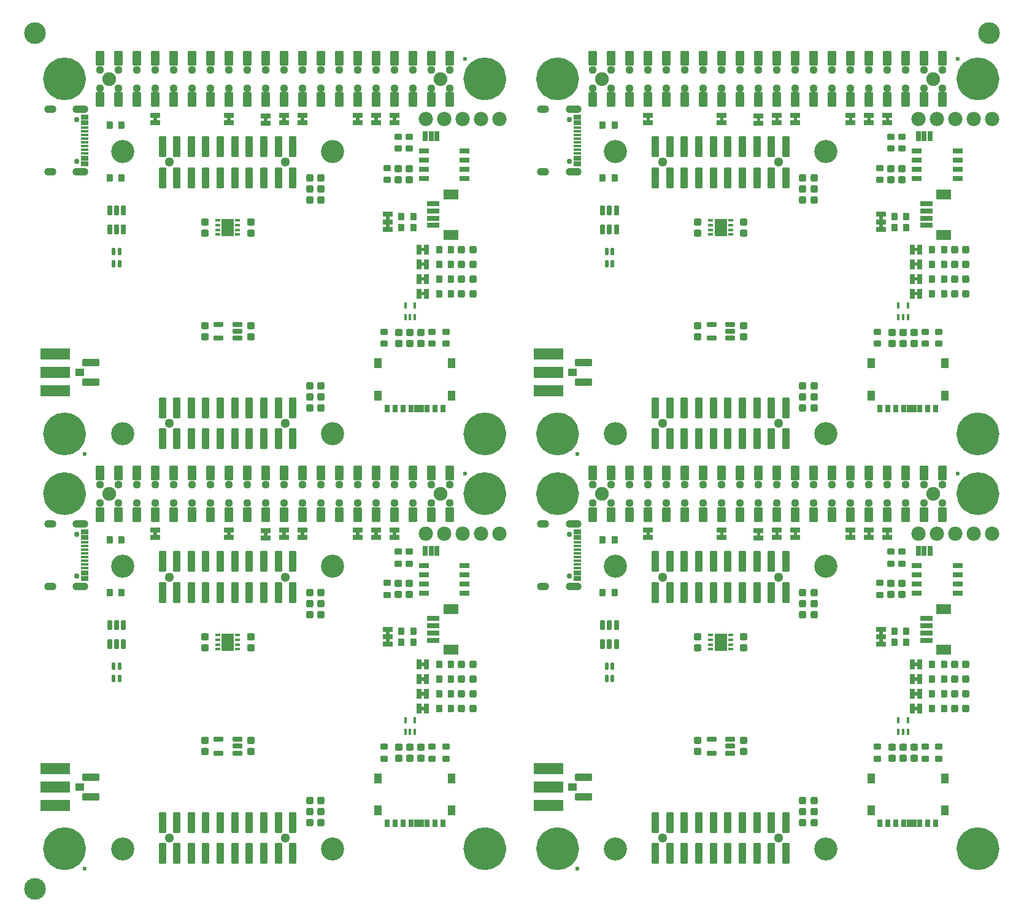
<source format=gts>
%TF.GenerationSoftware,KiCad,Pcbnew,8.0.7*%
%TF.CreationDate,2025-03-20T16:22:28+00:00*%
%TF.ProjectId,SparkFun_GNSS_Flex_pHAT_panelized,53706172-6b46-4756-9e5f-474e53535f46,v10*%
%TF.SameCoordinates,Original*%
%TF.FileFunction,Soldermask,Top*%
%TF.FilePolarity,Negative*%
%FSLAX46Y46*%
G04 Gerber Fmt 4.6, Leading zero omitted, Abs format (unit mm)*
G04 Created by KiCad (PCBNEW 8.0.7) date 2025-03-20 16:22:28*
%MOMM*%
%LPD*%
G01*
G04 APERTURE LIST*
G04 Aperture macros list*
%AMRoundRect*
0 Rectangle with rounded corners*
0 $1 Rounding radius*
0 $2 $3 $4 $5 $6 $7 $8 $9 X,Y pos of 4 corners*
0 Add a 4 corners polygon primitive as box body*
4,1,4,$2,$3,$4,$5,$6,$7,$8,$9,$2,$3,0*
0 Add four circle primitives for the rounded corners*
1,1,$1+$1,$2,$3*
1,1,$1+$1,$4,$5*
1,1,$1+$1,$6,$7*
1,1,$1+$1,$8,$9*
0 Add four rect primitives between the rounded corners*
20,1,$1+$1,$2,$3,$4,$5,0*
20,1,$1+$1,$4,$5,$6,$7,0*
20,1,$1+$1,$6,$7,$8,$9,0*
20,1,$1+$1,$8,$9,$2,$3,0*%
G04 Aperture macros list end*
%ADD10C,0.000000*%
%ADD11C,2.950000*%
%ADD12RoundRect,0.050000X-0.635000X0.330200X-0.635000X-0.330200X0.635000X-0.330200X0.635000X0.330200X0*%
%ADD13RoundRect,0.225000X0.225000X0.300000X-0.225000X0.300000X-0.225000X-0.300000X0.225000X-0.300000X0*%
%ADD14RoundRect,0.250000X-0.250000X-0.275000X0.250000X-0.275000X0.250000X0.275000X-0.250000X0.275000X0*%
%ADD15RoundRect,0.243750X0.243750X0.281250X-0.243750X0.281250X-0.243750X-0.281250X0.243750X-0.281250X0*%
%ADD16C,1.300000*%
%ADD17RoundRect,0.050000X0.450000X-1.375000X0.450000X1.375000X-0.450000X1.375000X-0.450000X-1.375000X0*%
%ADD18RoundRect,0.050000X0.635000X-0.330200X0.635000X0.330200X-0.635000X0.330200X-0.635000X-0.330200X0*%
%ADD19RoundRect,0.050000X0.330200X0.635000X-0.330200X0.635000X-0.330200X-0.635000X0.330200X-0.635000X0*%
%ADD20RoundRect,0.050000X-0.330200X-0.635000X0.330200X-0.635000X0.330200X0.635000X-0.330200X0.635000X0*%
%ADD21C,0.600000*%
%ADD22C,3.000000*%
%ADD23RoundRect,0.250000X0.275000X-0.250000X0.275000X0.250000X-0.275000X0.250000X-0.275000X-0.250000X0*%
%ADD24RoundRect,0.225000X0.300000X-0.225000X0.300000X0.225000X-0.300000X0.225000X-0.300000X-0.225000X0*%
%ADD25RoundRect,0.225000X-0.225000X-0.300000X0.225000X-0.300000X0.225000X0.300000X-0.225000X0.300000X0*%
%ADD26C,2.850000*%
%ADD27C,3.200000*%
%ADD28RoundRect,0.050000X2.000000X-0.750000X2.000000X0.750000X-2.000000X0.750000X-2.000000X-0.750000X0*%
%ADD29RoundRect,0.225000X-0.300000X0.225000X-0.300000X-0.225000X0.300000X-0.225000X0.300000X0.225000X0*%
%ADD30C,1.979600*%
%ADD31RoundRect,0.050000X0.250000X0.500000X-0.250000X0.500000X-0.250000X-0.500000X0.250000X-0.500000X0*%
%ADD32RoundRect,0.050000X0.475000X0.600000X-0.475000X0.600000X-0.475000X-0.600000X0.475000X-0.600000X0*%
%ADD33RoundRect,0.050000X-0.275000X-0.600000X0.275000X-0.600000X0.275000X0.600000X-0.275000X0.600000X0*%
%ADD34C,1.120000*%
%ADD35C,1.900000*%
%ADD36RoundRect,0.050000X0.510000X-0.935000X0.510000X0.935000X-0.510000X0.935000X-0.510000X-0.935000X0*%
%ADD37RoundRect,0.050000X-0.775000X0.300000X-0.775000X-0.300000X0.775000X-0.300000X0.775000X0.300000X0*%
%ADD38RoundRect,0.050000X-1.000000X0.600000X-1.000000X-0.600000X1.000000X-0.600000X1.000000X0.600000X0*%
%ADD39RoundRect,0.250000X-0.275000X0.250000X-0.275000X-0.250000X0.275000X-0.250000X0.275000X0.250000X0*%
%ADD40RoundRect,0.050000X0.600000X-0.275000X0.600000X0.275000X-0.600000X0.275000X-0.600000X-0.275000X0*%
%ADD41RoundRect,0.250000X0.250000X0.275000X-0.250000X0.275000X-0.250000X-0.275000X0.250000X-0.275000X0*%
%ADD42RoundRect,0.050000X0.525000X0.500000X-0.525000X0.500000X-0.525000X-0.500000X0.525000X-0.500000X0*%
%ADD43RoundRect,0.050000X1.100000X0.425000X-1.100000X0.425000X-1.100000X-0.425000X1.100000X-0.425000X0*%
%ADD44RoundRect,0.050000X-0.325000X0.150000X-0.325000X-0.150000X0.325000X-0.150000X0.325000X0.150000X0*%
%ADD45RoundRect,0.050000X0.325000X-0.150000X0.325000X0.150000X-0.325000X0.150000X-0.325000X-0.150000X0*%
%ADD46RoundRect,0.050000X-0.800000X1.175000X-0.800000X-1.175000X0.800000X-1.175000X0.800000X1.175000X0*%
%ADD47C,0.750000*%
%ADD48RoundRect,0.050000X0.500000X-0.150000X0.500000X0.150000X-0.500000X0.150000X-0.500000X-0.150000X0*%
%ADD49RoundRect,0.050000X-0.500000X0.150000X-0.500000X-0.150000X0.500000X-0.150000X0.500000X0.150000X0*%
%ADD50RoundRect,0.050000X0.500000X-0.300000X0.500000X0.300000X-0.500000X0.300000X-0.500000X-0.300000X0*%
%ADD51RoundRect,0.050000X-0.500000X0.300000X-0.500000X-0.300000X0.500000X-0.300000X0.500000X0.300000X0*%
%ADD52O,1.700000X1.100000*%
%ADD53O,2.200000X1.100000*%
%ADD54RoundRect,0.050000X0.600000X-0.300000X0.600000X0.300000X-0.600000X0.300000X-0.600000X-0.300000X0*%
%ADD55RoundRect,0.050000X0.317500X0.635000X-0.317500X0.635000X-0.317500X-0.635000X0.317500X-0.635000X0*%
%ADD56RoundRect,0.050000X-0.150000X-0.350000X0.150000X-0.350000X0.150000X0.350000X-0.150000X0.350000X0*%
%ADD57RoundRect,0.050000X-0.200000X0.450000X-0.200000X-0.450000X0.200000X-0.450000X0.200000X0.450000X0*%
G04 APERTURE END LIST*
D10*
%TO.C,JP5*%
G36*
X112222500Y46736000D02*
G01*
X111741500Y46736000D01*
X111741500Y47244000D01*
X112222500Y47244000D01*
X112222500Y46736000D01*
G37*
G36*
X112222500Y103986000D02*
G01*
X111741500Y103986000D01*
X111741500Y104494000D01*
X112222500Y104494000D01*
X112222500Y103986000D01*
G37*
G36*
X44182500Y103986000D02*
G01*
X43701500Y103986000D01*
X43701500Y104494000D01*
X44182500Y104494000D01*
X44182500Y103986000D01*
G37*
G36*
X44182500Y46736000D02*
G01*
X43701500Y46736000D01*
X43701500Y47244000D01*
X44182500Y47244000D01*
X44182500Y46736000D01*
G37*
%TO.C,JP4*%
G36*
X84282500Y46736000D02*
G01*
X83801500Y46736000D01*
X83801500Y47244000D01*
X84282500Y47244000D01*
X84282500Y46736000D01*
G37*
G36*
X84282500Y103986000D02*
G01*
X83801500Y103986000D01*
X83801500Y104494000D01*
X84282500Y104494000D01*
X84282500Y103986000D01*
G37*
G36*
X16242500Y103986000D02*
G01*
X15761500Y103986000D01*
X15761500Y104494000D01*
X16242500Y104494000D01*
X16242500Y103986000D01*
G37*
G36*
X16242500Y46736000D02*
G01*
X15761500Y46736000D01*
X15761500Y47244000D01*
X16242500Y47244000D01*
X16242500Y46736000D01*
G37*
%TO.C,JP10*%
G36*
X31482500Y46609000D02*
G01*
X31001500Y46609000D01*
X31001500Y47117000D01*
X31482500Y47117000D01*
X31482500Y46609000D01*
G37*
G36*
X31482500Y103859000D02*
G01*
X31001500Y103859000D01*
X31001500Y104367000D01*
X31482500Y104367000D01*
X31482500Y103859000D01*
G37*
G36*
X99522500Y46609000D02*
G01*
X99041500Y46609000D01*
X99041500Y47117000D01*
X99522500Y47117000D01*
X99522500Y46609000D01*
G37*
G36*
X99522500Y103859000D02*
G01*
X99041500Y103859000D01*
X99041500Y104367000D01*
X99522500Y104367000D01*
X99522500Y103859000D01*
G37*
%TO.C,JP22*%
G36*
X26402500Y103986000D02*
G01*
X25921500Y103986000D01*
X25921500Y104494000D01*
X26402500Y104494000D01*
X26402500Y103986000D01*
G37*
G36*
X94442500Y46736000D02*
G01*
X93961500Y46736000D01*
X93961500Y47244000D01*
X94442500Y47244000D01*
X94442500Y46736000D01*
G37*
G36*
X94442500Y103986000D02*
G01*
X93961500Y103986000D01*
X93961500Y104494000D01*
X94442500Y104494000D01*
X94442500Y103986000D01*
G37*
G36*
X26402500Y46736000D02*
G01*
X25921500Y46736000D01*
X25921500Y47244000D01*
X26402500Y47244000D01*
X26402500Y46736000D01*
G37*
%TO.C,PWR.1*%
G36*
X121253000Y28715500D02*
G01*
X120745000Y28715500D01*
X120745000Y29196500D01*
X121253000Y29196500D01*
X121253000Y28715500D01*
G37*
G36*
X121253000Y85965500D02*
G01*
X120745000Y85965500D01*
X120745000Y86446500D01*
X121253000Y86446500D01*
X121253000Y85965500D01*
G37*
G36*
X53213000Y85965500D02*
G01*
X52705000Y85965500D01*
X52705000Y86446500D01*
X53213000Y86446500D01*
X53213000Y85965500D01*
G37*
G36*
X53213000Y28715500D02*
G01*
X52705000Y28715500D01*
X52705000Y29196500D01*
X53213000Y29196500D01*
X53213000Y28715500D01*
G37*
%TO.C,PPS1.1*%
G36*
X121253000Y26683500D02*
G01*
X120745000Y26683500D01*
X120745000Y27164500D01*
X121253000Y27164500D01*
X121253000Y26683500D01*
G37*
G36*
X53213000Y83933500D02*
G01*
X52705000Y83933500D01*
X52705000Y84414500D01*
X53213000Y84414500D01*
X53213000Y83933500D01*
G37*
G36*
X121253000Y83933500D02*
G01*
X120745000Y83933500D01*
X120745000Y84414500D01*
X121253000Y84414500D01*
X121253000Y83933500D01*
G37*
G36*
X53213000Y26683500D02*
G01*
X52705000Y26683500D01*
X52705000Y27164500D01*
X53213000Y27164500D01*
X53213000Y26683500D01*
G37*
%TO.C,JP9*%
G36*
X34022500Y46736000D02*
G01*
X33541500Y46736000D01*
X33541500Y47244000D01*
X34022500Y47244000D01*
X34022500Y46736000D01*
G37*
G36*
X34022500Y103986000D02*
G01*
X33541500Y103986000D01*
X33541500Y104494000D01*
X34022500Y104494000D01*
X34022500Y103986000D01*
G37*
G36*
X102062500Y46736000D02*
G01*
X101581500Y46736000D01*
X101581500Y47244000D01*
X102062500Y47244000D01*
X102062500Y46736000D01*
G37*
G36*
X102062500Y103986000D02*
G01*
X101581500Y103986000D01*
X101581500Y104494000D01*
X102062500Y104494000D01*
X102062500Y103986000D01*
G37*
%TO.C,ST6*%
D11*
X4975000Y3500000D02*
G75*
G02*
X2025000Y3500000I-1475000J0D01*
G01*
X2025000Y3500000D02*
G75*
G02*
X4975000Y3500000I1475000J0D01*
G01*
X73015000Y60750000D02*
G75*
G02*
X70065000Y60750000I-1475000J0D01*
G01*
X70065000Y60750000D02*
G75*
G02*
X73015000Y60750000I1475000J0D01*
G01*
X4975000Y60750000D02*
G75*
G02*
X2025000Y60750000I-1475000J0D01*
G01*
X2025000Y60750000D02*
G75*
G02*
X4975000Y60750000I1475000J0D01*
G01*
X73015000Y3500000D02*
G75*
G02*
X70065000Y3500000I-1475000J0D01*
G01*
X70065000Y3500000D02*
G75*
G02*
X73015000Y3500000I1475000J0D01*
G01*
D10*
%TO.C,JP6*%
G36*
X46722500Y46736000D02*
G01*
X46241500Y46736000D01*
X46241500Y47244000D01*
X46722500Y47244000D01*
X46722500Y46736000D01*
G37*
G36*
X114762500Y103986000D02*
G01*
X114281500Y103986000D01*
X114281500Y104494000D01*
X114762500Y104494000D01*
X114762500Y103986000D01*
G37*
G36*
X114762500Y46736000D02*
G01*
X114281500Y46736000D01*
X114281500Y47244000D01*
X114762500Y47244000D01*
X114762500Y46736000D01*
G37*
G36*
X46722500Y103986000D02*
G01*
X46241500Y103986000D01*
X46241500Y104494000D01*
X46722500Y104494000D01*
X46722500Y103986000D01*
G37*
%TO.C,ST5*%
D11*
X4975000Y52500000D02*
G75*
G02*
X2025000Y52500000I-1475000J0D01*
G01*
X2025000Y52500000D02*
G75*
G02*
X4975000Y52500000I1475000J0D01*
G01*
X4975000Y109750000D02*
G75*
G02*
X2025000Y109750000I-1475000J0D01*
G01*
X2025000Y109750000D02*
G75*
G02*
X4975000Y109750000I1475000J0D01*
G01*
X73015000Y52500000D02*
G75*
G02*
X70065000Y52500000I-1475000J0D01*
G01*
X70065000Y52500000D02*
G75*
G02*
X73015000Y52500000I1475000J0D01*
G01*
X73015000Y109750000D02*
G75*
G02*
X70065000Y109750000I-1475000J0D01*
G01*
X70065000Y109750000D02*
G75*
G02*
X73015000Y109750000I1475000J0D01*
G01*
D10*
%TO.C,JP13*%
G36*
X49262500Y46736000D02*
G01*
X48781500Y46736000D01*
X48781500Y47244000D01*
X49262500Y47244000D01*
X49262500Y46736000D01*
G37*
G36*
X49262500Y103986000D02*
G01*
X48781500Y103986000D01*
X48781500Y104494000D01*
X49262500Y104494000D01*
X49262500Y103986000D01*
G37*
G36*
X117302500Y46736000D02*
G01*
X116821500Y46736000D01*
X116821500Y47244000D01*
X117302500Y47244000D01*
X117302500Y46736000D01*
G37*
G36*
X117302500Y103986000D02*
G01*
X116821500Y103986000D01*
X116821500Y104494000D01*
X117302500Y104494000D01*
X117302500Y103986000D01*
G37*
%TO.C,ST7*%
D11*
X62975000Y3500000D02*
G75*
G02*
X60025000Y3500000I-1475000J0D01*
G01*
X60025000Y3500000D02*
G75*
G02*
X62975000Y3500000I1475000J0D01*
G01*
X62975000Y60750000D02*
G75*
G02*
X60025000Y60750000I-1475000J0D01*
G01*
X60025000Y60750000D02*
G75*
G02*
X62975000Y60750000I1475000J0D01*
G01*
X131015000Y3500000D02*
G75*
G02*
X128065000Y3500000I-1475000J0D01*
G01*
X128065000Y3500000D02*
G75*
G02*
X131015000Y3500000I1475000J0D01*
G01*
X131015000Y60750000D02*
G75*
G02*
X128065000Y60750000I-1475000J0D01*
G01*
X128065000Y60750000D02*
G75*
G02*
X131015000Y60750000I1475000J0D01*
G01*
D10*
%TO.C,RTK.1*%
G36*
X53213000Y24651500D02*
G01*
X52705000Y24651500D01*
X52705000Y25132500D01*
X53213000Y25132500D01*
X53213000Y24651500D01*
G37*
G36*
X53213000Y81901500D02*
G01*
X52705000Y81901500D01*
X52705000Y82382500D01*
X53213000Y82382500D01*
X53213000Y81901500D01*
G37*
G36*
X121253000Y24651500D02*
G01*
X120745000Y24651500D01*
X120745000Y25132500D01*
X121253000Y25132500D01*
X121253000Y24651500D01*
G37*
G36*
X121253000Y81901500D02*
G01*
X120745000Y81901500D01*
X120745000Y82382500D01*
X121253000Y82382500D01*
X121253000Y81901500D01*
G37*
%TO.C,PVT.1*%
G36*
X53213000Y22619500D02*
G01*
X52705000Y22619500D01*
X52705000Y23100500D01*
X53213000Y23100500D01*
X53213000Y22619500D01*
G37*
G36*
X53213000Y79869500D02*
G01*
X52705000Y79869500D01*
X52705000Y80350500D01*
X53213000Y80350500D01*
X53213000Y79869500D01*
G37*
G36*
X121253000Y22619500D02*
G01*
X120745000Y22619500D01*
X120745000Y23100500D01*
X121253000Y23100500D01*
X121253000Y22619500D01*
G37*
G36*
X121253000Y79869500D02*
G01*
X120745000Y79869500D01*
X120745000Y80350500D01*
X121253000Y80350500D01*
X121253000Y79869500D01*
G37*
%TO.C,ST8*%
D11*
X62975000Y52500000D02*
G75*
G02*
X60025000Y52500000I-1475000J0D01*
G01*
X60025000Y52500000D02*
G75*
G02*
X62975000Y52500000I1475000J0D01*
G01*
X131015000Y109750000D02*
G75*
G02*
X128065000Y109750000I-1475000J0D01*
G01*
X128065000Y109750000D02*
G75*
G02*
X131015000Y109750000I1475000J0D01*
G01*
X62975000Y109750000D02*
G75*
G02*
X60025000Y109750000I-1475000J0D01*
G01*
X60025000Y109750000D02*
G75*
G02*
X62975000Y109750000I1475000J0D01*
G01*
X131015000Y52500000D02*
G75*
G02*
X128065000Y52500000I-1475000J0D01*
G01*
X128065000Y52500000D02*
G75*
G02*
X131015000Y52500000I1475000J0D01*
G01*
D10*
%TO.C,JP11*%
G36*
X36562500Y46736000D02*
G01*
X36081500Y46736000D01*
X36081500Y47244000D01*
X36562500Y47244000D01*
X36562500Y46736000D01*
G37*
G36*
X36562500Y103986000D02*
G01*
X36081500Y103986000D01*
X36081500Y104494000D01*
X36562500Y104494000D01*
X36562500Y103986000D01*
G37*
G36*
X104602500Y46736000D02*
G01*
X104121500Y46736000D01*
X104121500Y47244000D01*
X104602500Y47244000D01*
X104602500Y46736000D01*
G37*
G36*
X104602500Y103986000D02*
G01*
X104121500Y103986000D01*
X104121500Y104494000D01*
X104602500Y104494000D01*
X104602500Y103986000D01*
G37*
%TO.C,JP1*%
G36*
X48350500Y33024000D02*
G01*
X47869500Y33024000D01*
X47869500Y33532000D01*
X48350500Y33532000D01*
X48350500Y33024000D01*
G37*
G36*
X48373500Y31991300D02*
G01*
X47892500Y31991300D01*
X47892500Y32499300D01*
X48373500Y32499300D01*
X48373500Y31991300D01*
G37*
G36*
X116390500Y33024000D02*
G01*
X115909500Y33024000D01*
X115909500Y33532000D01*
X116390500Y33532000D01*
X116390500Y33024000D01*
G37*
G36*
X116413500Y31991300D02*
G01*
X115932500Y31991300D01*
X115932500Y32499300D01*
X116413500Y32499300D01*
X116413500Y31991300D01*
G37*
G36*
X116390500Y90274000D02*
G01*
X115909500Y90274000D01*
X115909500Y90782000D01*
X116390500Y90782000D01*
X116390500Y90274000D01*
G37*
G36*
X116413500Y89241300D02*
G01*
X115932500Y89241300D01*
X115932500Y89749300D01*
X116413500Y89749300D01*
X116413500Y89241300D01*
G37*
G36*
X48350500Y90274000D02*
G01*
X47869500Y90274000D01*
X47869500Y90782000D01*
X48350500Y90782000D01*
X48350500Y90274000D01*
G37*
G36*
X48373500Y89241300D02*
G01*
X47892500Y89241300D01*
X47892500Y89749300D01*
X48373500Y89749300D01*
X48373500Y89241300D01*
G37*
%TD*%
D12*
%TO.C,JP5*%
X111982000Y47510700D03*
X111982000Y46469300D03*
%TD*%
%TO.C,JP5*%
X111982000Y104760700D03*
X111982000Y103719300D03*
%TD*%
%TO.C,JP5*%
X43942000Y104760700D03*
X43942000Y103719300D03*
%TD*%
%TO.C,JP5*%
X43942000Y47510700D03*
X43942000Y46469300D03*
%TD*%
%TO.C,JP4*%
X84042000Y47510700D03*
X84042000Y46469300D03*
%TD*%
%TO.C,JP4*%
X84042000Y104760700D03*
X84042000Y103719300D03*
%TD*%
%TO.C,JP4*%
X16002000Y104760700D03*
X16002000Y103719300D03*
%TD*%
%TO.C,JP4*%
X16002000Y47510700D03*
X16002000Y46469300D03*
%TD*%
D13*
%TO.C,R5*%
X51625000Y89254000D03*
X49975000Y89254000D03*
%TD*%
%TO.C,R5*%
X51625000Y32004000D03*
X49975000Y32004000D03*
%TD*%
%TO.C,R5*%
X119665000Y32004000D03*
X118015000Y32004000D03*
%TD*%
%TO.C,R5*%
X119665000Y89254000D03*
X118015000Y89254000D03*
%TD*%
D12*
%TO.C,JP10*%
X31242000Y47383700D03*
X31242000Y46342300D03*
%TD*%
%TO.C,JP10*%
X31242000Y104633700D03*
X31242000Y103592300D03*
%TD*%
%TO.C,JP10*%
X99282000Y47383700D03*
X99282000Y46342300D03*
%TD*%
%TO.C,JP10*%
X99282000Y104633700D03*
X99282000Y103592300D03*
%TD*%
D14*
%TO.C,C15*%
X105365000Y93064000D03*
X106915000Y93064000D03*
%TD*%
%TO.C,C15*%
X37325000Y35814000D03*
X38875000Y35814000D03*
%TD*%
%TO.C,C15*%
X37325000Y93064000D03*
X38875000Y93064000D03*
%TD*%
%TO.C,C15*%
X105365000Y35814000D03*
X106915000Y35814000D03*
%TD*%
%TO.C,C12*%
X37325000Y67410000D03*
X38875000Y67410000D03*
%TD*%
%TO.C,C12*%
X105365000Y10160000D03*
X106915000Y10160000D03*
%TD*%
%TO.C,C12*%
X105365000Y67410000D03*
X106915000Y67410000D03*
%TD*%
%TO.C,C12*%
X37325000Y10160000D03*
X38875000Y10160000D03*
%TD*%
D15*
%TO.C,D4*%
X127882500Y22860000D03*
X126307500Y22860000D03*
%TD*%
%TO.C,D4*%
X59842500Y80110000D03*
X58267500Y80110000D03*
%TD*%
%TO.C,D4*%
X127882500Y80110000D03*
X126307500Y80110000D03*
%TD*%
%TO.C,D4*%
X59842500Y22860000D03*
X58267500Y22860000D03*
%TD*%
D16*
%TO.C,J4*%
X86040000Y41000000D03*
X102040000Y41000000D03*
D17*
X85040000Y38875000D03*
X85040000Y43125000D03*
X87040000Y38875000D03*
X87040000Y43125000D03*
X89040000Y38875000D03*
X89040000Y43125000D03*
X91040000Y38875000D03*
X91040000Y43125000D03*
X93040000Y38875000D03*
X93040000Y43125000D03*
X95040000Y38875000D03*
X95040000Y43125000D03*
X97040000Y38875000D03*
X97040000Y43125000D03*
X99040000Y38875000D03*
X99040000Y43125000D03*
X101040000Y38875000D03*
X101040000Y43125000D03*
X103040000Y38875000D03*
X103040000Y43125000D03*
%TD*%
D16*
%TO.C,J4*%
X18000000Y98250000D03*
X34000000Y98250000D03*
D17*
X17000000Y96125000D03*
X17000000Y100375000D03*
X19000000Y96125000D03*
X19000000Y100375000D03*
X21000000Y96125000D03*
X21000000Y100375000D03*
X23000000Y96125000D03*
X23000000Y100375000D03*
X25000000Y96125000D03*
X25000000Y100375000D03*
X27000000Y96125000D03*
X27000000Y100375000D03*
X29000000Y96125000D03*
X29000000Y100375000D03*
X31000000Y96125000D03*
X31000000Y100375000D03*
X33000000Y96125000D03*
X33000000Y100375000D03*
X35000000Y96125000D03*
X35000000Y100375000D03*
%TD*%
D16*
%TO.C,J4*%
X86040000Y98250000D03*
X102040000Y98250000D03*
D17*
X85040000Y96125000D03*
X85040000Y100375000D03*
X87040000Y96125000D03*
X87040000Y100375000D03*
X89040000Y96125000D03*
X89040000Y100375000D03*
X91040000Y96125000D03*
X91040000Y100375000D03*
X93040000Y96125000D03*
X93040000Y100375000D03*
X95040000Y96125000D03*
X95040000Y100375000D03*
X97040000Y96125000D03*
X97040000Y100375000D03*
X99040000Y96125000D03*
X99040000Y100375000D03*
X101040000Y96125000D03*
X101040000Y100375000D03*
X103040000Y96125000D03*
X103040000Y100375000D03*
%TD*%
D16*
%TO.C,J4*%
X18000000Y41000000D03*
X34000000Y41000000D03*
D17*
X17000000Y38875000D03*
X17000000Y43125000D03*
X19000000Y38875000D03*
X19000000Y43125000D03*
X21000000Y38875000D03*
X21000000Y43125000D03*
X23000000Y38875000D03*
X23000000Y43125000D03*
X25000000Y38875000D03*
X25000000Y43125000D03*
X27000000Y38875000D03*
X27000000Y43125000D03*
X29000000Y38875000D03*
X29000000Y43125000D03*
X31000000Y38875000D03*
X31000000Y43125000D03*
X33000000Y38875000D03*
X33000000Y43125000D03*
X35000000Y38875000D03*
X35000000Y43125000D03*
%TD*%
D18*
%TO.C,JP22*%
X26162000Y103719300D03*
X26162000Y104760700D03*
%TD*%
%TO.C,JP22*%
X94202000Y46469300D03*
X94202000Y47510700D03*
%TD*%
%TO.C,JP22*%
X94202000Y103719300D03*
X94202000Y104760700D03*
%TD*%
%TO.C,JP22*%
X26162000Y46469300D03*
X26162000Y47510700D03*
%TD*%
D19*
%TO.C,PWR.1*%
X121519700Y28956000D03*
X120478300Y28956000D03*
%TD*%
%TO.C,PWR.1*%
X121519700Y86206000D03*
X120478300Y86206000D03*
%TD*%
%TO.C,PWR.1*%
X53479700Y86206000D03*
X52438300Y86206000D03*
%TD*%
%TO.C,PWR.1*%
X53479700Y28956000D03*
X52438300Y28956000D03*
%TD*%
D20*
%TO.C,PPS1.1*%
X120478300Y26924000D03*
X121519700Y26924000D03*
%TD*%
%TO.C,PPS1.1*%
X52438300Y84174000D03*
X53479700Y84174000D03*
%TD*%
%TO.C,PPS1.1*%
X120478300Y84174000D03*
X121519700Y84174000D03*
%TD*%
%TO.C,PPS1.1*%
X52438300Y26924000D03*
X53479700Y26924000D03*
%TD*%
D21*
%TO.C,FID4*%
X74290000Y58000000D03*
%TD*%
%TO.C,FID4*%
X6250000Y750000D03*
%TD*%
%TO.C,FID4*%
X6250000Y58000000D03*
%TD*%
%TO.C,FID4*%
X74290000Y750000D03*
%TD*%
D22*
%TO.C,*%
X131040000Y116087500D03*
%TD*%
D23*
%TO.C,C1*%
X49530000Y95845000D03*
X49530000Y97395000D03*
%TD*%
%TO.C,C1*%
X117570000Y38595000D03*
X117570000Y40145000D03*
%TD*%
%TO.C,C1*%
X49530000Y38595000D03*
X49530000Y40145000D03*
%TD*%
%TO.C,C1*%
X117570000Y95845000D03*
X117570000Y97395000D03*
%TD*%
D12*
%TO.C,JP9*%
X33782000Y47510700D03*
X33782000Y46469300D03*
%TD*%
%TO.C,JP9*%
X33782000Y104760700D03*
X33782000Y103719300D03*
%TD*%
%TO.C,JP9*%
X101822000Y47510700D03*
X101822000Y46469300D03*
%TD*%
%TO.C,JP9*%
X101822000Y104760700D03*
X101822000Y103719300D03*
%TD*%
D24*
%TO.C,R8*%
X47625000Y15939000D03*
X47625000Y17589000D03*
%TD*%
%TO.C,R8*%
X115665000Y15939000D03*
X115665000Y17589000D03*
%TD*%
%TO.C,R8*%
X47625000Y73189000D03*
X47625000Y74839000D03*
%TD*%
%TO.C,R8*%
X115665000Y73189000D03*
X115665000Y74839000D03*
%TD*%
D14*
%TO.C,C10*%
X37325000Y7093000D03*
X38875000Y7093000D03*
%TD*%
%TO.C,C10*%
X37325000Y64343000D03*
X38875000Y64343000D03*
%TD*%
%TO.C,C10*%
X105365000Y64343000D03*
X106915000Y64343000D03*
%TD*%
%TO.C,C10*%
X105365000Y7093000D03*
X106915000Y7093000D03*
%TD*%
D21*
%TO.C,FID1*%
X58750000Y55250000D03*
%TD*%
%TO.C,FID1*%
X126790000Y112500000D03*
%TD*%
%TO.C,FID1*%
X58750000Y112500000D03*
%TD*%
%TO.C,FID1*%
X126790000Y55250000D03*
%TD*%
D23*
%TO.C,C3*%
X22860000Y31229000D03*
X22860000Y32779000D03*
%TD*%
%TO.C,C3*%
X90900000Y88479000D03*
X90900000Y90029000D03*
%TD*%
%TO.C,C3*%
X22860000Y88479000D03*
X22860000Y90029000D03*
%TD*%
%TO.C,C3*%
X90900000Y31229000D03*
X90900000Y32779000D03*
%TD*%
D16*
%TO.C,J2*%
X18000000Y5000000D03*
X34000000Y5000000D03*
D17*
X17000000Y2875000D03*
X17000000Y7125000D03*
X19000000Y2875000D03*
X19000000Y7125000D03*
X21000000Y2875000D03*
X21000000Y7125000D03*
X23000000Y2875000D03*
X23000000Y7125000D03*
X25000000Y2875000D03*
X25000000Y7125000D03*
X27000000Y2875000D03*
X27000000Y7125000D03*
X29000000Y2875000D03*
X29000000Y7125000D03*
X31000000Y2875000D03*
X31000000Y7125000D03*
X33000000Y2875000D03*
X33000000Y7125000D03*
X35000000Y2875000D03*
X35000000Y7125000D03*
%TD*%
D16*
%TO.C,J2*%
X86040000Y62250000D03*
X102040000Y62250000D03*
D17*
X85040000Y60125000D03*
X85040000Y64375000D03*
X87040000Y60125000D03*
X87040000Y64375000D03*
X89040000Y60125000D03*
X89040000Y64375000D03*
X91040000Y60125000D03*
X91040000Y64375000D03*
X93040000Y60125000D03*
X93040000Y64375000D03*
X95040000Y60125000D03*
X95040000Y64375000D03*
X97040000Y60125000D03*
X97040000Y64375000D03*
X99040000Y60125000D03*
X99040000Y64375000D03*
X101040000Y60125000D03*
X101040000Y64375000D03*
X103040000Y60125000D03*
X103040000Y64375000D03*
%TD*%
D16*
%TO.C,J2*%
X18000000Y62250000D03*
X34000000Y62250000D03*
D17*
X17000000Y60125000D03*
X17000000Y64375000D03*
X19000000Y60125000D03*
X19000000Y64375000D03*
X21000000Y60125000D03*
X21000000Y64375000D03*
X23000000Y60125000D03*
X23000000Y64375000D03*
X25000000Y60125000D03*
X25000000Y64375000D03*
X27000000Y60125000D03*
X27000000Y64375000D03*
X29000000Y60125000D03*
X29000000Y64375000D03*
X31000000Y60125000D03*
X31000000Y64375000D03*
X33000000Y60125000D03*
X33000000Y64375000D03*
X35000000Y60125000D03*
X35000000Y64375000D03*
%TD*%
D16*
%TO.C,J2*%
X86040000Y5000000D03*
X102040000Y5000000D03*
D17*
X85040000Y2875000D03*
X85040000Y7125000D03*
X87040000Y2875000D03*
X87040000Y7125000D03*
X89040000Y2875000D03*
X89040000Y7125000D03*
X91040000Y2875000D03*
X91040000Y7125000D03*
X93040000Y2875000D03*
X93040000Y7125000D03*
X95040000Y2875000D03*
X95040000Y7125000D03*
X97040000Y2875000D03*
X97040000Y7125000D03*
X99040000Y2875000D03*
X99040000Y7125000D03*
X101040000Y2875000D03*
X101040000Y7125000D03*
X103040000Y2875000D03*
X103040000Y7125000D03*
%TD*%
D25*
%TO.C,R14*%
X55182000Y28956000D03*
X56832000Y28956000D03*
%TD*%
%TO.C,R14*%
X123222000Y28956000D03*
X124872000Y28956000D03*
%TD*%
%TO.C,R14*%
X55182000Y86206000D03*
X56832000Y86206000D03*
%TD*%
%TO.C,R14*%
X123222000Y86206000D03*
X124872000Y86206000D03*
%TD*%
D13*
%TO.C,R10*%
X11366000Y38862000D03*
X9716000Y38862000D03*
%TD*%
%TO.C,R10*%
X11366000Y96112000D03*
X9716000Y96112000D03*
%TD*%
%TO.C,R10*%
X79406000Y38862000D03*
X77756000Y38862000D03*
%TD*%
%TO.C,R10*%
X79406000Y96112000D03*
X77756000Y96112000D03*
%TD*%
%TO.C,R9*%
X11366000Y46101000D03*
X9716000Y46101000D03*
%TD*%
%TO.C,R9*%
X11366000Y103351000D03*
X9716000Y103351000D03*
%TD*%
%TO.C,R9*%
X79406000Y46101000D03*
X77756000Y46101000D03*
%TD*%
%TO.C,R9*%
X79406000Y103351000D03*
X77756000Y103351000D03*
%TD*%
D26*
%TO.C,ST6*%
X3500000Y3500000D03*
%TD*%
%TO.C,ST6*%
X71540000Y60750000D03*
%TD*%
%TO.C,ST6*%
X3500000Y60750000D03*
%TD*%
%TO.C,ST6*%
X71540000Y3500000D03*
%TD*%
D14*
%TO.C,C13*%
X37325000Y38862000D03*
X38875000Y38862000D03*
%TD*%
%TO.C,C13*%
X37325000Y96112000D03*
X38875000Y96112000D03*
%TD*%
%TO.C,C13*%
X105365000Y38862000D03*
X106915000Y38862000D03*
%TD*%
%TO.C,C13*%
X105365000Y96112000D03*
X106915000Y96112000D03*
%TD*%
D15*
%TO.C,D5*%
X59842500Y26924000D03*
X58267500Y26924000D03*
%TD*%
%TO.C,D5*%
X127882500Y84174000D03*
X126307500Y84174000D03*
%TD*%
%TO.C,D5*%
X127882500Y26924000D03*
X126307500Y26924000D03*
%TD*%
%TO.C,D5*%
X59842500Y84174000D03*
X58267500Y84174000D03*
%TD*%
D27*
%TO.C,ST2*%
X40500000Y42500000D03*
%TD*%
%TO.C,ST2*%
X40500000Y99750000D03*
%TD*%
%TO.C,ST2*%
X108540000Y42500000D03*
%TD*%
%TO.C,ST2*%
X108540000Y99750000D03*
%TD*%
D12*
%TO.C,JP6*%
X46482000Y47510700D03*
X46482000Y46469300D03*
%TD*%
%TO.C,JP6*%
X114522000Y104760700D03*
X114522000Y103719300D03*
%TD*%
%TO.C,JP6*%
X114522000Y47510700D03*
X114522000Y46469300D03*
%TD*%
%TO.C,JP6*%
X46482000Y104760700D03*
X46482000Y103719300D03*
%TD*%
D13*
%TO.C,R11*%
X56832000Y24892000D03*
X55182000Y24892000D03*
%TD*%
%TO.C,R11*%
X124872000Y82142000D03*
X123222000Y82142000D03*
%TD*%
%TO.C,R11*%
X56832000Y82142000D03*
X55182000Y82142000D03*
%TD*%
%TO.C,R11*%
X124872000Y24892000D03*
X123222000Y24892000D03*
%TD*%
D28*
%TO.C,J7*%
X2254000Y12000000D03*
X2254000Y9460000D03*
X2254000Y14540000D03*
%TD*%
%TO.C,J7*%
X2254000Y69250000D03*
X2254000Y66710000D03*
X2254000Y71790000D03*
%TD*%
%TO.C,J7*%
X70294000Y12000000D03*
X70294000Y9460000D03*
X70294000Y14540000D03*
%TD*%
%TO.C,J7*%
X70294000Y69250000D03*
X70294000Y66710000D03*
X70294000Y71790000D03*
%TD*%
D29*
%TO.C,R3*%
X48006000Y40195000D03*
X48006000Y38545000D03*
%TD*%
%TO.C,R3*%
X116046000Y40195000D03*
X116046000Y38545000D03*
%TD*%
%TO.C,R3*%
X116046000Y97445000D03*
X116046000Y95795000D03*
%TD*%
%TO.C,R3*%
X48006000Y97445000D03*
X48006000Y95795000D03*
%TD*%
D30*
%TO.C,J9*%
X63500000Y46990000D03*
X60960000Y46990000D03*
X58420000Y46990000D03*
X55880000Y46990000D03*
X53340000Y46990000D03*
%TD*%
%TO.C,J9*%
X63500000Y104240000D03*
X60960000Y104240000D03*
X58420000Y104240000D03*
X55880000Y104240000D03*
X53340000Y104240000D03*
%TD*%
%TO.C,J9*%
X131540000Y104240000D03*
X129000000Y104240000D03*
X126460000Y104240000D03*
X123920000Y104240000D03*
X121380000Y104240000D03*
%TD*%
%TO.C,J9*%
X131540000Y46990000D03*
X129000000Y46990000D03*
X126460000Y46990000D03*
X123920000Y46990000D03*
X121380000Y46990000D03*
%TD*%
D31*
%TO.C,J5*%
X55700000Y7025000D03*
X54600000Y7025000D03*
X53500000Y7025000D03*
X52750000Y7025000D03*
X51300000Y7025000D03*
X50200000Y7025000D03*
X49100000Y7025000D03*
X48000000Y7025000D03*
X52050000Y7025000D03*
D32*
X46750000Y13225000D03*
X46750000Y8775000D03*
X56950000Y13225000D03*
X56950000Y8775000D03*
%TD*%
D31*
%TO.C,J5*%
X123740000Y7025000D03*
X122640000Y7025000D03*
X121540000Y7025000D03*
X120790000Y7025000D03*
X119340000Y7025000D03*
X118240000Y7025000D03*
X117140000Y7025000D03*
X116040000Y7025000D03*
X120090000Y7025000D03*
D32*
X114790000Y13225000D03*
X114790000Y8775000D03*
X124990000Y13225000D03*
X124990000Y8775000D03*
%TD*%
D31*
%TO.C,J5*%
X55700000Y64275000D03*
X54600000Y64275000D03*
X53500000Y64275000D03*
X52750000Y64275000D03*
X51300000Y64275000D03*
X50200000Y64275000D03*
X49100000Y64275000D03*
X48000000Y64275000D03*
X52050000Y64275000D03*
D32*
X46750000Y70475000D03*
X46750000Y66025000D03*
X56950000Y70475000D03*
X56950000Y66025000D03*
%TD*%
D31*
%TO.C,J5*%
X123740000Y64275000D03*
X122640000Y64275000D03*
X121540000Y64275000D03*
X120790000Y64275000D03*
X119340000Y64275000D03*
X118240000Y64275000D03*
X117140000Y64275000D03*
X116040000Y64275000D03*
X120090000Y64275000D03*
D32*
X114790000Y70475000D03*
X114790000Y66025000D03*
X124990000Y70475000D03*
X124990000Y66025000D03*
%TD*%
D23*
%TO.C,C8*%
X49657000Y15989000D03*
X49657000Y17539000D03*
%TD*%
%TO.C,C8*%
X49657000Y73239000D03*
X49657000Y74789000D03*
%TD*%
%TO.C,C8*%
X117697000Y15989000D03*
X117697000Y17539000D03*
%TD*%
%TO.C,C8*%
X117697000Y73239000D03*
X117697000Y74789000D03*
%TD*%
D26*
%TO.C,ST5*%
X3500000Y52500000D03*
%TD*%
%TO.C,ST5*%
X3500000Y109750000D03*
%TD*%
%TO.C,ST5*%
X71540000Y52500000D03*
%TD*%
%TO.C,ST5*%
X71540000Y109750000D03*
%TD*%
D23*
%TO.C,C7*%
X52705000Y15989000D03*
X52705000Y17539000D03*
%TD*%
%TO.C,C7*%
X120745000Y73239000D03*
X120745000Y74789000D03*
%TD*%
%TO.C,C7*%
X120745000Y15989000D03*
X120745000Y17539000D03*
%TD*%
%TO.C,C7*%
X52705000Y73239000D03*
X52705000Y74789000D03*
%TD*%
D22*
%TO.C,*%
X-540000Y116087500D03*
%TD*%
D33*
%TO.C,D1*%
X9718000Y31719900D03*
X10668000Y31719900D03*
X11618000Y31719900D03*
X11618000Y34320100D03*
X10668000Y34320000D03*
X9718000Y34320100D03*
%TD*%
%TO.C,D1*%
X77758000Y88969900D03*
X78708000Y88969900D03*
X79658000Y88969900D03*
X79658000Y91570100D03*
X78708000Y91570000D03*
X77758000Y91570100D03*
%TD*%
%TO.C,D1*%
X9718000Y88969900D03*
X10668000Y88969900D03*
X11618000Y88969900D03*
X11618000Y91570100D03*
X10668000Y91570000D03*
X9718000Y91570100D03*
%TD*%
%TO.C,D1*%
X77758000Y31719900D03*
X78708000Y31719900D03*
X79658000Y31719900D03*
X79658000Y34320100D03*
X78708000Y34320000D03*
X77758000Y34320100D03*
%TD*%
D34*
%TO.C,J1*%
X8370000Y51230000D03*
X10910000Y51230000D03*
X13450000Y51230000D03*
X15990000Y51230000D03*
X18530000Y51230000D03*
X21070000Y51230000D03*
X23610000Y51230000D03*
X26150000Y51230000D03*
X28690000Y51230000D03*
X31230000Y51230000D03*
X33770000Y51230000D03*
X36310000Y51230000D03*
X38850000Y51230000D03*
X41390000Y51230000D03*
X43930000Y51230000D03*
X46470000Y51230000D03*
X49010000Y51230000D03*
X51550000Y51230000D03*
X54090000Y51230000D03*
X56630000Y51230000D03*
D35*
X9640000Y52500000D03*
X55360000Y52500000D03*
D34*
X8370000Y53770000D03*
X10910000Y53770000D03*
X13450000Y53770000D03*
X15990000Y53770000D03*
X18530000Y53770000D03*
X21070000Y53770000D03*
X23610000Y53770000D03*
X26150000Y53770000D03*
X28690000Y53770000D03*
X31230000Y53770000D03*
X33770000Y53770000D03*
X36310000Y53770000D03*
X38850000Y53770000D03*
X41390000Y53770000D03*
X43930000Y53770000D03*
X46470000Y53770000D03*
X49010000Y53770000D03*
X51550000Y53770000D03*
X54090000Y53770000D03*
X56630000Y53770000D03*
D36*
X8370000Y49635000D03*
X8370000Y55365000D03*
X10910000Y49635000D03*
X10910000Y55365000D03*
X13450000Y49635000D03*
X13450000Y55365000D03*
X15990000Y49635000D03*
X15990000Y55365000D03*
X18530000Y49635000D03*
X18530000Y55365000D03*
X21070000Y49635000D03*
X21070000Y55365000D03*
X23610000Y49635000D03*
X23610000Y55365000D03*
X26150000Y49635000D03*
X26150000Y55365000D03*
X28690000Y49635000D03*
X28690000Y55365000D03*
X31230000Y49635000D03*
X31230000Y55365000D03*
X33770000Y49635000D03*
X33770000Y55365000D03*
X36310000Y49635000D03*
X36310000Y55365000D03*
X38850000Y49635000D03*
X38850000Y55365000D03*
X41390000Y49635000D03*
X41390000Y55365000D03*
X43930000Y49635000D03*
X43930000Y55365000D03*
X46470000Y49635000D03*
X46470000Y55365000D03*
X49010000Y49635000D03*
X49010000Y55365000D03*
X51550000Y49635000D03*
X51550000Y55365000D03*
X54090000Y49635000D03*
X54090000Y55365000D03*
X56630000Y49635000D03*
X56630000Y55365000D03*
%TD*%
D34*
%TO.C,J1*%
X76410000Y51230000D03*
X78950000Y51230000D03*
X81490000Y51230000D03*
X84030000Y51230000D03*
X86570000Y51230000D03*
X89110000Y51230000D03*
X91650000Y51230000D03*
X94190000Y51230000D03*
X96730000Y51230000D03*
X99270000Y51230000D03*
X101810000Y51230000D03*
X104350000Y51230000D03*
X106890000Y51230000D03*
X109430000Y51230000D03*
X111970000Y51230000D03*
X114510000Y51230000D03*
X117050000Y51230000D03*
X119590000Y51230000D03*
X122130000Y51230000D03*
X124670000Y51230000D03*
D35*
X77680000Y52500000D03*
X123400000Y52500000D03*
D34*
X76410000Y53770000D03*
X78950000Y53770000D03*
X81490000Y53770000D03*
X84030000Y53770000D03*
X86570000Y53770000D03*
X89110000Y53770000D03*
X91650000Y53770000D03*
X94190000Y53770000D03*
X96730000Y53770000D03*
X99270000Y53770000D03*
X101810000Y53770000D03*
X104350000Y53770000D03*
X106890000Y53770000D03*
X109430000Y53770000D03*
X111970000Y53770000D03*
X114510000Y53770000D03*
X117050000Y53770000D03*
X119590000Y53770000D03*
X122130000Y53770000D03*
X124670000Y53770000D03*
D36*
X76410000Y49635000D03*
X76410000Y55365000D03*
X78950000Y49635000D03*
X78950000Y55365000D03*
X81490000Y49635000D03*
X81490000Y55365000D03*
X84030000Y49635000D03*
X84030000Y55365000D03*
X86570000Y49635000D03*
X86570000Y55365000D03*
X89110000Y49635000D03*
X89110000Y55365000D03*
X91650000Y49635000D03*
X91650000Y55365000D03*
X94190000Y49635000D03*
X94190000Y55365000D03*
X96730000Y49635000D03*
X96730000Y55365000D03*
X99270000Y49635000D03*
X99270000Y55365000D03*
X101810000Y49635000D03*
X101810000Y55365000D03*
X104350000Y49635000D03*
X104350000Y55365000D03*
X106890000Y49635000D03*
X106890000Y55365000D03*
X109430000Y49635000D03*
X109430000Y55365000D03*
X111970000Y49635000D03*
X111970000Y55365000D03*
X114510000Y49635000D03*
X114510000Y55365000D03*
X117050000Y49635000D03*
X117050000Y55365000D03*
X119590000Y49635000D03*
X119590000Y55365000D03*
X122130000Y49635000D03*
X122130000Y55365000D03*
X124670000Y49635000D03*
X124670000Y55365000D03*
%TD*%
D34*
%TO.C,J1*%
X8370000Y108480000D03*
X10910000Y108480000D03*
X13450000Y108480000D03*
X15990000Y108480000D03*
X18530000Y108480000D03*
X21070000Y108480000D03*
X23610000Y108480000D03*
X26150000Y108480000D03*
X28690000Y108480000D03*
X31230000Y108480000D03*
X33770000Y108480000D03*
X36310000Y108480000D03*
X38850000Y108480000D03*
X41390000Y108480000D03*
X43930000Y108480000D03*
X46470000Y108480000D03*
X49010000Y108480000D03*
X51550000Y108480000D03*
X54090000Y108480000D03*
X56630000Y108480000D03*
D35*
X9640000Y109750000D03*
X55360000Y109750000D03*
D34*
X8370000Y111020000D03*
X10910000Y111020000D03*
X13450000Y111020000D03*
X15990000Y111020000D03*
X18530000Y111020000D03*
X21070000Y111020000D03*
X23610000Y111020000D03*
X26150000Y111020000D03*
X28690000Y111020000D03*
X31230000Y111020000D03*
X33770000Y111020000D03*
X36310000Y111020000D03*
X38850000Y111020000D03*
X41390000Y111020000D03*
X43930000Y111020000D03*
X46470000Y111020000D03*
X49010000Y111020000D03*
X51550000Y111020000D03*
X54090000Y111020000D03*
X56630000Y111020000D03*
D36*
X8370000Y106885000D03*
X8370000Y112615000D03*
X10910000Y106885000D03*
X10910000Y112615000D03*
X13450000Y106885000D03*
X13450000Y112615000D03*
X15990000Y106885000D03*
X15990000Y112615000D03*
X18530000Y106885000D03*
X18530000Y112615000D03*
X21070000Y106885000D03*
X21070000Y112615000D03*
X23610000Y106885000D03*
X23610000Y112615000D03*
X26150000Y106885000D03*
X26150000Y112615000D03*
X28690000Y106885000D03*
X28690000Y112615000D03*
X31230000Y106885000D03*
X31230000Y112615000D03*
X33770000Y106885000D03*
X33770000Y112615000D03*
X36310000Y106885000D03*
X36310000Y112615000D03*
X38850000Y106885000D03*
X38850000Y112615000D03*
X41390000Y106885000D03*
X41390000Y112615000D03*
X43930000Y106885000D03*
X43930000Y112615000D03*
X46470000Y106885000D03*
X46470000Y112615000D03*
X49010000Y106885000D03*
X49010000Y112615000D03*
X51550000Y106885000D03*
X51550000Y112615000D03*
X54090000Y106885000D03*
X54090000Y112615000D03*
X56630000Y106885000D03*
X56630000Y112615000D03*
%TD*%
D34*
%TO.C,J1*%
X76410000Y108480000D03*
X78950000Y108480000D03*
X81490000Y108480000D03*
X84030000Y108480000D03*
X86570000Y108480000D03*
X89110000Y108480000D03*
X91650000Y108480000D03*
X94190000Y108480000D03*
X96730000Y108480000D03*
X99270000Y108480000D03*
X101810000Y108480000D03*
X104350000Y108480000D03*
X106890000Y108480000D03*
X109430000Y108480000D03*
X111970000Y108480000D03*
X114510000Y108480000D03*
X117050000Y108480000D03*
X119590000Y108480000D03*
X122130000Y108480000D03*
X124670000Y108480000D03*
D35*
X77680000Y109750000D03*
X123400000Y109750000D03*
D34*
X76410000Y111020000D03*
X78950000Y111020000D03*
X81490000Y111020000D03*
X84030000Y111020000D03*
X86570000Y111020000D03*
X89110000Y111020000D03*
X91650000Y111020000D03*
X94190000Y111020000D03*
X96730000Y111020000D03*
X99270000Y111020000D03*
X101810000Y111020000D03*
X104350000Y111020000D03*
X106890000Y111020000D03*
X109430000Y111020000D03*
X111970000Y111020000D03*
X114510000Y111020000D03*
X117050000Y111020000D03*
X119590000Y111020000D03*
X122130000Y111020000D03*
X124670000Y111020000D03*
D36*
X76410000Y106885000D03*
X76410000Y112615000D03*
X78950000Y106885000D03*
X78950000Y112615000D03*
X81490000Y106885000D03*
X81490000Y112615000D03*
X84030000Y106885000D03*
X84030000Y112615000D03*
X86570000Y106885000D03*
X86570000Y112615000D03*
X89110000Y106885000D03*
X89110000Y112615000D03*
X91650000Y106885000D03*
X91650000Y112615000D03*
X94190000Y106885000D03*
X94190000Y112615000D03*
X96730000Y106885000D03*
X96730000Y112615000D03*
X99270000Y106885000D03*
X99270000Y112615000D03*
X101810000Y106885000D03*
X101810000Y112615000D03*
X104350000Y106885000D03*
X104350000Y112615000D03*
X106890000Y106885000D03*
X106890000Y112615000D03*
X109430000Y106885000D03*
X109430000Y112615000D03*
X111970000Y106885000D03*
X111970000Y112615000D03*
X114510000Y106885000D03*
X114510000Y112615000D03*
X117050000Y106885000D03*
X117050000Y112615000D03*
X119590000Y106885000D03*
X119590000Y112615000D03*
X122130000Y106885000D03*
X122130000Y112615000D03*
X124670000Y106885000D03*
X124670000Y112615000D03*
%TD*%
D13*
%TO.C,R4*%
X51625000Y33528000D03*
X49975000Y33528000D03*
%TD*%
%TO.C,R4*%
X51625000Y90778000D03*
X49975000Y90778000D03*
%TD*%
%TO.C,R4*%
X119665000Y33528000D03*
X118015000Y33528000D03*
%TD*%
%TO.C,R4*%
X119665000Y90778000D03*
X118015000Y90778000D03*
%TD*%
D37*
%TO.C,J8*%
X54369000Y35282000D03*
X54369000Y34282000D03*
X54369000Y33282000D03*
X54369000Y32282000D03*
D38*
X56794000Y36582000D03*
X56794000Y30982000D03*
%TD*%
D37*
%TO.C,J8*%
X122409000Y35282000D03*
X122409000Y34282000D03*
X122409000Y33282000D03*
X122409000Y32282000D03*
D38*
X124834000Y36582000D03*
X124834000Y30982000D03*
%TD*%
D37*
%TO.C,J8*%
X122409000Y92532000D03*
X122409000Y91532000D03*
X122409000Y90532000D03*
X122409000Y89532000D03*
D38*
X124834000Y93832000D03*
X124834000Y88232000D03*
%TD*%
D37*
%TO.C,J8*%
X54369000Y92532000D03*
X54369000Y91532000D03*
X54369000Y90532000D03*
X54369000Y89532000D03*
D38*
X56794000Y93832000D03*
X56794000Y88232000D03*
%TD*%
D12*
%TO.C,JP13*%
X49022000Y47510700D03*
X49022000Y46469300D03*
%TD*%
%TO.C,JP13*%
X49022000Y104760700D03*
X49022000Y103719300D03*
%TD*%
%TO.C,JP13*%
X117062000Y47510700D03*
X117062000Y46469300D03*
%TD*%
%TO.C,JP13*%
X117062000Y104760700D03*
X117062000Y103719300D03*
%TD*%
D22*
%TO.C,*%
X-540000Y-2087500D03*
%TD*%
D13*
%TO.C,R13*%
X56832000Y26924000D03*
X55182000Y26924000D03*
%TD*%
%TO.C,R13*%
X56832000Y84174000D03*
X55182000Y84174000D03*
%TD*%
%TO.C,R13*%
X124872000Y84174000D03*
X123222000Y84174000D03*
%TD*%
%TO.C,R13*%
X124872000Y26924000D03*
X123222000Y26924000D03*
%TD*%
D24*
%TO.C,R2*%
X51054000Y42863000D03*
X51054000Y44513000D03*
%TD*%
%TO.C,R2*%
X119094000Y42863000D03*
X119094000Y44513000D03*
%TD*%
%TO.C,R2*%
X51054000Y100113000D03*
X51054000Y101763000D03*
%TD*%
%TO.C,R2*%
X119094000Y100113000D03*
X119094000Y101763000D03*
%TD*%
%TO.C,R1*%
X49530000Y42863000D03*
X49530000Y44513000D03*
%TD*%
%TO.C,R1*%
X49530000Y100113000D03*
X49530000Y101763000D03*
%TD*%
%TO.C,R1*%
X117570000Y100113000D03*
X117570000Y101763000D03*
%TD*%
%TO.C,R1*%
X117570000Y42863000D03*
X117570000Y44513000D03*
%TD*%
%TO.C,R6*%
X56134000Y15939000D03*
X56134000Y17589000D03*
%TD*%
%TO.C,R6*%
X124174000Y15939000D03*
X124174000Y17589000D03*
%TD*%
%TO.C,R6*%
X56134000Y73189000D03*
X56134000Y74839000D03*
%TD*%
%TO.C,R6*%
X124174000Y73189000D03*
X124174000Y74839000D03*
%TD*%
D15*
%TO.C,D6*%
X59842500Y28956000D03*
X58267500Y28956000D03*
%TD*%
%TO.C,D6*%
X127882500Y28956000D03*
X126307500Y28956000D03*
%TD*%
%TO.C,D6*%
X59842500Y86206000D03*
X58267500Y86206000D03*
%TD*%
%TO.C,D6*%
X127882500Y86206000D03*
X126307500Y86206000D03*
%TD*%
D26*
%TO.C,ST7*%
X61500000Y3500000D03*
%TD*%
%TO.C,ST7*%
X61500000Y60750000D03*
%TD*%
%TO.C,ST7*%
X129540000Y3500000D03*
%TD*%
%TO.C,ST7*%
X129540000Y60750000D03*
%TD*%
D39*
%TO.C,C9*%
X51181000Y17539000D03*
X51181000Y15989000D03*
%TD*%
%TO.C,C9*%
X119221000Y17539000D03*
X119221000Y15989000D03*
%TD*%
%TO.C,C9*%
X51181000Y74789000D03*
X51181000Y73239000D03*
%TD*%
%TO.C,C9*%
X119221000Y74789000D03*
X119221000Y73239000D03*
%TD*%
%TO.C,C5*%
X22860000Y18428000D03*
X22860000Y16878000D03*
%TD*%
%TO.C,C5*%
X22860000Y75678000D03*
X22860000Y74128000D03*
%TD*%
%TO.C,C5*%
X90900000Y18428000D03*
X90900000Y16878000D03*
%TD*%
%TO.C,C5*%
X90900000Y75678000D03*
X90900000Y74128000D03*
%TD*%
D40*
%TO.C,U3*%
X27335100Y16703000D03*
X27335100Y17653000D03*
X27335100Y18603000D03*
X24734900Y18603000D03*
X24734900Y16703000D03*
%TD*%
%TO.C,U3*%
X95375100Y16703000D03*
X95375100Y17653000D03*
X95375100Y18603000D03*
X92774900Y18603000D03*
X92774900Y16703000D03*
%TD*%
%TO.C,U3*%
X27335100Y73953000D03*
X27335100Y74903000D03*
X27335100Y75853000D03*
X24734900Y75853000D03*
X24734900Y73953000D03*
%TD*%
%TO.C,U3*%
X95375100Y73953000D03*
X95375100Y74903000D03*
X95375100Y75853000D03*
X92774900Y75853000D03*
X92774900Y73953000D03*
%TD*%
D41*
%TO.C,C11*%
X38875000Y8636000D03*
X37325000Y8636000D03*
%TD*%
%TO.C,C11*%
X38875000Y65886000D03*
X37325000Y65886000D03*
%TD*%
%TO.C,C11*%
X106915000Y8636000D03*
X105365000Y8636000D03*
%TD*%
%TO.C,C11*%
X106915000Y65886000D03*
X105365000Y65886000D03*
%TD*%
D42*
%TO.C,J3*%
X5587000Y12000000D03*
D43*
X7112000Y10625000D03*
X7112000Y13375000D03*
%TD*%
D42*
%TO.C,J3*%
X73627000Y69250000D03*
D43*
X75152000Y67875000D03*
X75152000Y70625000D03*
%TD*%
D42*
%TO.C,J3*%
X5587000Y69250000D03*
D43*
X7112000Y67875000D03*
X7112000Y70625000D03*
%TD*%
D42*
%TO.C,J3*%
X73627000Y12000000D03*
D43*
X75152000Y10625000D03*
X75152000Y13375000D03*
%TD*%
D23*
%TO.C,C4*%
X29210000Y16878000D03*
X29210000Y18428000D03*
%TD*%
%TO.C,C4*%
X29210000Y74128000D03*
X29210000Y75678000D03*
%TD*%
%TO.C,C4*%
X97250000Y74128000D03*
X97250000Y75678000D03*
%TD*%
%TO.C,C4*%
X97250000Y16878000D03*
X97250000Y18428000D03*
%TD*%
D44*
%TO.C,U2*%
X24625000Y32975000D03*
X24625000Y32325000D03*
X24625000Y31675000D03*
X24625000Y31025000D03*
D45*
X27375000Y31025000D03*
X27375000Y31675000D03*
X27375000Y32325000D03*
X27375000Y32975000D03*
D46*
X26000000Y32000000D03*
%TD*%
D44*
%TO.C,U2*%
X92665000Y90225000D03*
X92665000Y89575000D03*
X92665000Y88925000D03*
X92665000Y88275000D03*
D45*
X95415000Y88275000D03*
X95415000Y88925000D03*
X95415000Y89575000D03*
X95415000Y90225000D03*
D46*
X94040000Y89250000D03*
%TD*%
D44*
%TO.C,U2*%
X24625000Y90225000D03*
X24625000Y89575000D03*
X24625000Y88925000D03*
X24625000Y88275000D03*
D45*
X27375000Y88275000D03*
X27375000Y88925000D03*
X27375000Y89575000D03*
X27375000Y90225000D03*
D46*
X26000000Y89250000D03*
%TD*%
D44*
%TO.C,U2*%
X92665000Y32975000D03*
X92665000Y32325000D03*
X92665000Y31675000D03*
X92665000Y31025000D03*
D45*
X95415000Y31025000D03*
X95415000Y31675000D03*
X95415000Y32325000D03*
X95415000Y32975000D03*
D46*
X94040000Y32000000D03*
%TD*%
D27*
%TO.C,ST4*%
X11500000Y3500000D03*
%TD*%
%TO.C,ST4*%
X79540000Y3500000D03*
%TD*%
%TO.C,ST4*%
X11500000Y60750000D03*
%TD*%
%TO.C,ST4*%
X79540000Y60750000D03*
%TD*%
D23*
%TO.C,C6*%
X51054000Y38595000D03*
X51054000Y40145000D03*
%TD*%
%TO.C,C6*%
X51054000Y95845000D03*
X51054000Y97395000D03*
%TD*%
%TO.C,C6*%
X119094000Y38595000D03*
X119094000Y40145000D03*
%TD*%
%TO.C,C6*%
X119094000Y95845000D03*
X119094000Y97395000D03*
%TD*%
%TO.C,C2*%
X29210000Y31229000D03*
X29210000Y32779000D03*
%TD*%
%TO.C,C2*%
X29210000Y88479000D03*
X29210000Y90029000D03*
%TD*%
%TO.C,C2*%
X97250000Y31229000D03*
X97250000Y32779000D03*
%TD*%
%TO.C,C2*%
X97250000Y88479000D03*
X97250000Y90029000D03*
%TD*%
D27*
%TO.C,ST3*%
X40500000Y3500000D03*
%TD*%
%TO.C,ST3*%
X108540000Y3500000D03*
%TD*%
%TO.C,ST3*%
X40500000Y60750000D03*
%TD*%
%TO.C,ST3*%
X108540000Y60750000D03*
%TD*%
D20*
%TO.C,RTK.1*%
X52438300Y24892000D03*
X53479700Y24892000D03*
%TD*%
%TO.C,RTK.1*%
X52438300Y82142000D03*
X53479700Y82142000D03*
%TD*%
%TO.C,RTK.1*%
X120478300Y24892000D03*
X121519700Y24892000D03*
%TD*%
%TO.C,RTK.1*%
X120478300Y82142000D03*
X121519700Y82142000D03*
%TD*%
D24*
%TO.C,R7*%
X54229000Y15939000D03*
X54229000Y17589000D03*
%TD*%
%TO.C,R7*%
X54229000Y73189000D03*
X54229000Y74839000D03*
%TD*%
%TO.C,R7*%
X122269000Y73189000D03*
X122269000Y74839000D03*
%TD*%
%TO.C,R7*%
X122269000Y15939000D03*
X122269000Y17589000D03*
%TD*%
D13*
%TO.C,R12*%
X56832000Y22860000D03*
X55182000Y22860000D03*
%TD*%
%TO.C,R12*%
X124872000Y22860000D03*
X123222000Y22860000D03*
%TD*%
%TO.C,R12*%
X56832000Y80110000D03*
X55182000Y80110000D03*
%TD*%
%TO.C,R12*%
X124872000Y80110000D03*
X123222000Y80110000D03*
%TD*%
D41*
%TO.C,C14*%
X38875000Y37338000D03*
X37325000Y37338000D03*
%TD*%
%TO.C,C14*%
X38875000Y94588000D03*
X37325000Y94588000D03*
%TD*%
%TO.C,C14*%
X106915000Y94588000D03*
X105365000Y94588000D03*
%TD*%
%TO.C,C14*%
X106915000Y37338000D03*
X105365000Y37338000D03*
%TD*%
D47*
%TO.C,J6*%
X5155000Y46890000D03*
X5155000Y41110000D03*
D48*
X6260000Y45250000D03*
X6260000Y44250000D03*
D49*
X6260000Y43750000D03*
X6260000Y42750000D03*
X6260000Y42250000D03*
X6260000Y43250000D03*
D48*
X6260000Y44750000D03*
X6260000Y45750000D03*
D50*
X6260000Y47225000D03*
D51*
X6260000Y40775000D03*
D52*
X1505000Y48318000D03*
D53*
X5685000Y48318000D03*
X5685000Y39682000D03*
D52*
X1505000Y39682000D03*
D50*
X6260000Y46450000D03*
D51*
X6260000Y41550000D03*
%TD*%
D47*
%TO.C,J6*%
X5155000Y104140000D03*
X5155000Y98360000D03*
D48*
X6260000Y102500000D03*
X6260000Y101500000D03*
D49*
X6260000Y101000000D03*
X6260000Y100000000D03*
X6260000Y99500000D03*
X6260000Y100500000D03*
D48*
X6260000Y102000000D03*
X6260000Y103000000D03*
D50*
X6260000Y104475000D03*
D51*
X6260000Y98025000D03*
D52*
X1505000Y105568000D03*
D53*
X5685000Y105568000D03*
X5685000Y96932000D03*
D52*
X1505000Y96932000D03*
D50*
X6260000Y103700000D03*
D51*
X6260000Y98800000D03*
%TD*%
D47*
%TO.C,J6*%
X73195000Y104140000D03*
X73195000Y98360000D03*
D48*
X74300000Y102500000D03*
X74300000Y101500000D03*
D49*
X74300000Y101000000D03*
X74300000Y100000000D03*
X74300000Y99500000D03*
X74300000Y100500000D03*
D48*
X74300000Y102000000D03*
X74300000Y103000000D03*
D50*
X74300000Y104475000D03*
D51*
X74300000Y98025000D03*
D52*
X69545000Y105568000D03*
D53*
X73725000Y105568000D03*
X73725000Y96932000D03*
D52*
X69545000Y96932000D03*
D50*
X74300000Y103700000D03*
D51*
X74300000Y98800000D03*
%TD*%
D47*
%TO.C,J6*%
X73195000Y46890000D03*
X73195000Y41110000D03*
D48*
X74300000Y45250000D03*
X74300000Y44250000D03*
D49*
X74300000Y43750000D03*
X74300000Y42750000D03*
X74300000Y42250000D03*
X74300000Y43250000D03*
D48*
X74300000Y44750000D03*
X74300000Y45750000D03*
D50*
X74300000Y47225000D03*
D51*
X74300000Y40775000D03*
D52*
X69545000Y48318000D03*
D53*
X73725000Y48318000D03*
X73725000Y39682000D03*
D52*
X69545000Y39682000D03*
D50*
X74300000Y46450000D03*
D51*
X74300000Y41550000D03*
%TD*%
D20*
%TO.C,PVT.1*%
X52438300Y22860000D03*
X53479700Y22860000D03*
%TD*%
%TO.C,PVT.1*%
X52438300Y80110000D03*
X53479700Y80110000D03*
%TD*%
%TO.C,PVT.1*%
X120478300Y22860000D03*
X121519700Y22860000D03*
%TD*%
%TO.C,PVT.1*%
X120478300Y80110000D03*
X121519700Y80110000D03*
%TD*%
D26*
%TO.C,ST8*%
X61500000Y52500000D03*
%TD*%
%TO.C,ST8*%
X129540000Y109750000D03*
%TD*%
%TO.C,ST8*%
X61500000Y109750000D03*
%TD*%
%TO.C,ST8*%
X129540000Y52500000D03*
%TD*%
D54*
%TO.C,U1*%
X58680000Y38735000D03*
X58680000Y40005000D03*
X58680000Y41275000D03*
X58680000Y42545000D03*
X53080000Y42545000D03*
X53080000Y41275000D03*
X53080000Y40005000D03*
X53080000Y38735000D03*
%TD*%
%TO.C,U1*%
X126720000Y95985000D03*
X126720000Y97255000D03*
X126720000Y98525000D03*
X126720000Y99795000D03*
X121120000Y99795000D03*
X121120000Y98525000D03*
X121120000Y97255000D03*
X121120000Y95985000D03*
%TD*%
%TO.C,U1*%
X58680000Y95985000D03*
X58680000Y97255000D03*
X58680000Y98525000D03*
X58680000Y99795000D03*
X53080000Y99795000D03*
X53080000Y98525000D03*
X53080000Y97255000D03*
X53080000Y95985000D03*
%TD*%
%TO.C,U1*%
X126720000Y38735000D03*
X126720000Y40005000D03*
X126720000Y41275000D03*
X126720000Y42545000D03*
X121120000Y42545000D03*
X121120000Y41275000D03*
X121120000Y40005000D03*
X121120000Y38735000D03*
%TD*%
D55*
%TO.C,JP2*%
X54914800Y44577000D03*
X54102000Y44577000D03*
X53289200Y44577000D03*
%TD*%
%TO.C,JP2*%
X54914800Y101827000D03*
X54102000Y101827000D03*
X53289200Y101827000D03*
%TD*%
%TO.C,JP2*%
X122954800Y101827000D03*
X122142000Y101827000D03*
X121329200Y101827000D03*
%TD*%
%TO.C,JP2*%
X122954800Y44577000D03*
X122142000Y44577000D03*
X121329200Y44577000D03*
%TD*%
D15*
%TO.C,D3*%
X59842500Y24892000D03*
X58267500Y24892000D03*
%TD*%
%TO.C,D3*%
X127882500Y82142000D03*
X126307500Y82142000D03*
%TD*%
%TO.C,D3*%
X59842500Y82142000D03*
X58267500Y82142000D03*
%TD*%
%TO.C,D3*%
X127882500Y24892000D03*
X126307500Y24892000D03*
%TD*%
D27*
%TO.C,ST1*%
X11500000Y42500000D03*
%TD*%
%TO.C,ST1*%
X79540000Y42500000D03*
%TD*%
%TO.C,ST1*%
X11500000Y99750000D03*
%TD*%
%TO.C,ST1*%
X79540000Y99750000D03*
%TD*%
D12*
%TO.C,JP11*%
X36322000Y47510700D03*
X36322000Y46469300D03*
%TD*%
%TO.C,JP11*%
X36322000Y104760700D03*
X36322000Y103719300D03*
%TD*%
%TO.C,JP11*%
X104362000Y47510700D03*
X104362000Y46469300D03*
%TD*%
%TO.C,JP11*%
X104362000Y104760700D03*
X104362000Y103719300D03*
%TD*%
D18*
%TO.C,JP1*%
X48133000Y31724600D03*
X48133000Y32766000D03*
D12*
X48133000Y33807400D03*
%TD*%
D18*
%TO.C,JP1*%
X116173000Y31724600D03*
X116173000Y32766000D03*
D12*
X116173000Y33807400D03*
%TD*%
D18*
%TO.C,JP1*%
X116173000Y88974600D03*
X116173000Y90016000D03*
D12*
X116173000Y91057400D03*
%TD*%
D18*
%TO.C,JP1*%
X48133000Y88974600D03*
X48133000Y90016000D03*
D12*
X48133000Y91057400D03*
%TD*%
D56*
%TO.C,D2*%
X50531000Y19647000D03*
X51181000Y19647000D03*
X51831000Y19647000D03*
X51831000Y21247000D03*
X50531000Y21247000D03*
%TD*%
%TO.C,D2*%
X118571000Y19647000D03*
X119221000Y19647000D03*
X119871000Y19647000D03*
X119871000Y21247000D03*
X118571000Y21247000D03*
%TD*%
%TO.C,D2*%
X50531000Y76897000D03*
X51181000Y76897000D03*
X51831000Y76897000D03*
X51831000Y78497000D03*
X50531000Y78497000D03*
%TD*%
%TO.C,D2*%
X118571000Y76897000D03*
X119221000Y76897000D03*
X119871000Y76897000D03*
X119871000Y78497000D03*
X118571000Y78497000D03*
%TD*%
D57*
%TO.C,TR1*%
X11068000Y28663000D03*
X11068000Y26963000D03*
X10268000Y28663000D03*
X10268000Y26963000D03*
%TD*%
%TO.C,TR1*%
X11068000Y85913000D03*
X11068000Y84213000D03*
X10268000Y85913000D03*
X10268000Y84213000D03*
%TD*%
%TO.C,TR1*%
X79108000Y28663000D03*
X79108000Y26963000D03*
X78308000Y28663000D03*
X78308000Y26963000D03*
%TD*%
%TO.C,TR1*%
X79108000Y85913000D03*
X79108000Y84213000D03*
X78308000Y85913000D03*
X78308000Y84213000D03*
%TD*%
M02*

</source>
